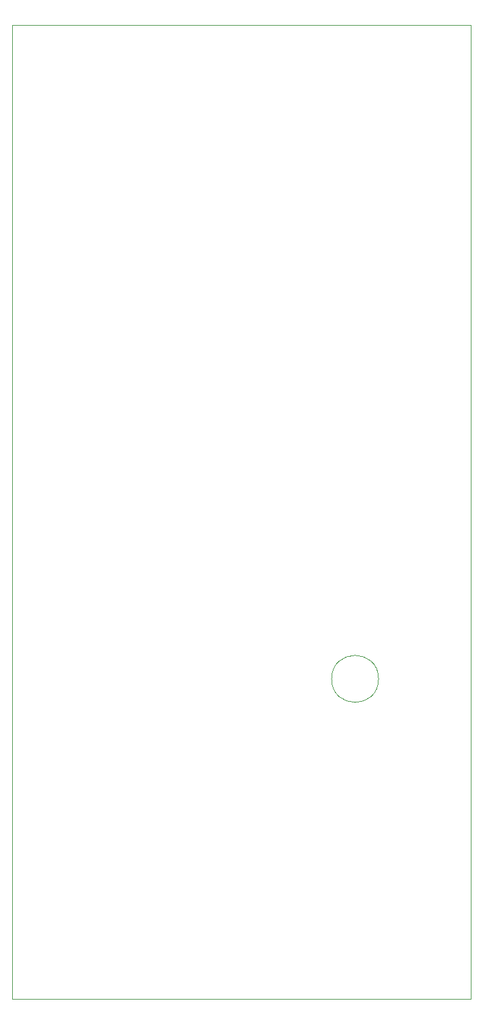
<source format=gm1>
G04 #@! TF.GenerationSoftware,KiCad,Pcbnew,8.0.5*
G04 #@! TF.CreationDate,2024-11-24T11:28:15+01:00*
G04 #@! TF.ProjectId,ricochet_panel,7269636f-6368-4657-945f-70616e656c2e,rev?*
G04 #@! TF.SameCoordinates,Original*
G04 #@! TF.FileFunction,Profile,NP*
%FSLAX46Y46*%
G04 Gerber Fmt 4.6, Leading zero omitted, Abs format (unit mm)*
G04 Created by KiCad (PCBNEW 8.0.5) date 2024-11-24 11:28:15*
%MOMM*%
%LPD*%
G01*
G04 APERTURE LIST*
G04 #@! TA.AperFunction,Profile*
%ADD10C,0.100000*%
G04 #@! TD*
G04 APERTURE END LIST*
D10*
X50000000Y-50000000D02*
X110600000Y-50000000D01*
X110600000Y-178500000D01*
X50000000Y-178500000D01*
X50000000Y-50000000D01*
X98400000Y-136250000D02*
G75*
G02*
X92200000Y-136250000I-3100000J0D01*
G01*
X92200000Y-136250000D02*
G75*
G02*
X98400000Y-136250000I3100000J0D01*
G01*
M02*

</source>
